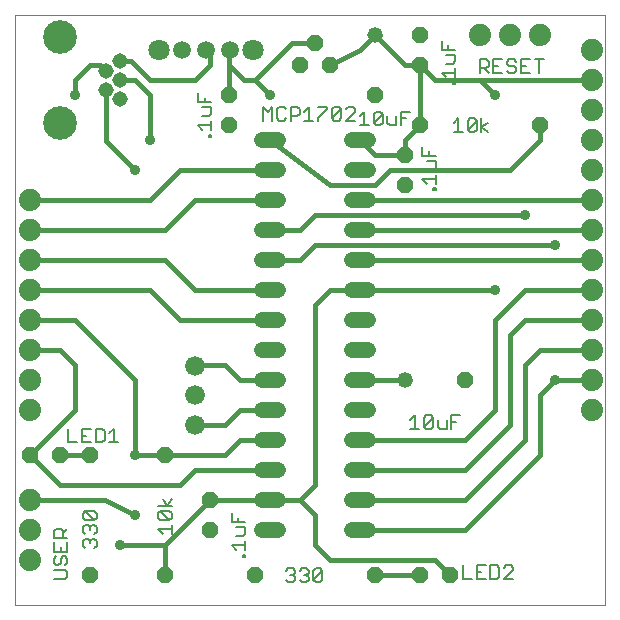
<source format=gtl>
G75*
%MOIN*%
%OFA0B0*%
%FSLAX25Y25*%
%IPPOS*%
%LPD*%
%AMOC8*
5,1,8,0,0,1.08239X$1,22.5*
%
%ADD10C,0.00000*%
%ADD11OC8,0.05200*%
%ADD12C,0.00500*%
%ADD13C,0.05200*%
%ADD14C,0.05200*%
%ADD15C,0.07400*%
%ADD16C,0.05937*%
%ADD17C,0.07087*%
%ADD18C,0.06600*%
%ADD19C,0.05150*%
%ADD20C,0.11220*%
%ADD21C,0.01600*%
%ADD22C,0.03562*%
D10*
X0011800Y0006800D02*
X0011800Y0203650D01*
X0208650Y0203650D01*
X0208650Y0006800D01*
X0011800Y0006800D01*
D11*
X0036800Y0016800D03*
X0061800Y0016800D03*
X0076800Y0031800D03*
X0076800Y0041800D03*
X0061800Y0056800D03*
X0036800Y0056800D03*
X0026800Y0056800D03*
X0016800Y0056800D03*
X0091800Y0016800D03*
X0131800Y0016800D03*
X0146800Y0016800D03*
X0156800Y0016800D03*
X0161800Y0081800D03*
X0141800Y0146800D03*
X0141800Y0156800D03*
X0146800Y0166800D03*
X0131800Y0176800D03*
X0116800Y0186800D03*
X0111800Y0194300D03*
X0106800Y0186800D03*
X0083050Y0176800D03*
X0083050Y0166800D03*
X0146800Y0186800D03*
X0146800Y0196800D03*
X0186800Y0166800D03*
D12*
X0169610Y0167553D02*
X0167358Y0166051D01*
X0169610Y0164550D01*
X0167358Y0164550D02*
X0167358Y0169054D01*
X0165756Y0168303D02*
X0165756Y0165301D01*
X0165006Y0164550D01*
X0163505Y0164550D01*
X0162754Y0165301D01*
X0165756Y0168303D01*
X0165006Y0169054D01*
X0163505Y0169054D01*
X0162754Y0168303D01*
X0162754Y0165301D01*
X0161153Y0164550D02*
X0158150Y0164550D01*
X0159651Y0164550D02*
X0159651Y0169054D01*
X0158150Y0167553D01*
X0149798Y0158061D02*
X0149798Y0156560D01*
X0149047Y0154958D02*
X0152050Y0154958D01*
X0152050Y0152707D01*
X0151299Y0151956D01*
X0149047Y0151956D01*
X0152050Y0150355D02*
X0152050Y0147352D01*
X0152050Y0148853D02*
X0147546Y0148853D01*
X0149047Y0147352D01*
X0151299Y0145801D02*
X0152050Y0145801D01*
X0152050Y0145050D01*
X0151299Y0145050D01*
X0151299Y0145801D01*
X0152050Y0156560D02*
X0147546Y0156560D01*
X0147546Y0159562D01*
X0140612Y0166800D02*
X0140612Y0171304D01*
X0143614Y0171304D01*
X0142113Y0169052D02*
X0140612Y0169052D01*
X0139010Y0169803D02*
X0139010Y0166800D01*
X0136758Y0166800D01*
X0136008Y0167551D01*
X0136008Y0169803D01*
X0134406Y0170553D02*
X0134406Y0167551D01*
X0133656Y0166800D01*
X0132155Y0166800D01*
X0131404Y0167551D01*
X0134406Y0170553D01*
X0133656Y0171304D01*
X0132155Y0171304D01*
X0131404Y0170553D01*
X0131404Y0167551D01*
X0129803Y0166800D02*
X0126800Y0166800D01*
X0128301Y0166800D02*
X0128301Y0171304D01*
X0126800Y0169803D01*
X0125176Y0171303D02*
X0125176Y0172053D01*
X0124425Y0172804D01*
X0122924Y0172804D01*
X0122174Y0172053D01*
X0120572Y0172053D02*
X0117570Y0169051D01*
X0118320Y0168300D01*
X0119822Y0168300D01*
X0120572Y0169051D01*
X0120572Y0172053D01*
X0119822Y0172804D01*
X0118320Y0172804D01*
X0117570Y0172053D01*
X0117570Y0169051D01*
X0115968Y0172053D02*
X0112966Y0169051D01*
X0112966Y0168300D01*
X0111364Y0168300D02*
X0108362Y0168300D01*
X0109863Y0168300D02*
X0109863Y0172804D01*
X0108362Y0171303D01*
X0106760Y0172053D02*
X0106760Y0170552D01*
X0106010Y0169801D01*
X0103758Y0169801D01*
X0103758Y0168300D02*
X0103758Y0172804D01*
X0106010Y0172804D01*
X0106760Y0172053D01*
X0102156Y0172053D02*
X0101406Y0172804D01*
X0099905Y0172804D01*
X0099154Y0172053D01*
X0099154Y0169051D01*
X0099905Y0168300D01*
X0101406Y0168300D01*
X0102156Y0169051D01*
X0097553Y0168300D02*
X0097553Y0172804D01*
X0096051Y0171303D01*
X0094550Y0172804D01*
X0094550Y0168300D01*
X0077300Y0168241D02*
X0077300Y0165238D01*
X0077300Y0166739D02*
X0072796Y0166739D01*
X0074297Y0165238D01*
X0076549Y0163687D02*
X0077300Y0163687D01*
X0077300Y0162936D01*
X0076549Y0162936D01*
X0076549Y0163687D01*
X0076549Y0169842D02*
X0074297Y0169842D01*
X0074297Y0172845D02*
X0077300Y0172845D01*
X0077300Y0170593D01*
X0076549Y0169842D01*
X0077300Y0174446D02*
X0072796Y0174446D01*
X0072796Y0177449D01*
X0075048Y0175947D02*
X0075048Y0174446D01*
X0112966Y0172804D02*
X0115968Y0172804D01*
X0115968Y0172053D01*
X0122174Y0168300D02*
X0125176Y0171303D01*
X0125176Y0168300D02*
X0122174Y0168300D01*
X0154046Y0184239D02*
X0158550Y0184239D01*
X0158550Y0182738D02*
X0158550Y0185741D01*
X0157799Y0187342D02*
X0155547Y0187342D01*
X0157799Y0187342D02*
X0158550Y0188093D01*
X0158550Y0190345D01*
X0155547Y0190345D01*
X0156298Y0191946D02*
X0156298Y0193447D01*
X0154046Y0191946D02*
X0154046Y0194949D01*
X0154046Y0191946D02*
X0158550Y0191946D01*
X0154046Y0184239D02*
X0155547Y0182738D01*
X0157799Y0181187D02*
X0158550Y0181187D01*
X0158550Y0180436D01*
X0157799Y0180436D01*
X0157799Y0181187D01*
X0166750Y0184250D02*
X0166750Y0188754D01*
X0169002Y0188754D01*
X0169753Y0188003D01*
X0169753Y0186502D01*
X0169002Y0185751D01*
X0166750Y0185751D01*
X0168251Y0185751D02*
X0169753Y0184250D01*
X0171354Y0184250D02*
X0174356Y0184250D01*
X0175958Y0185001D02*
X0176708Y0184250D01*
X0178210Y0184250D01*
X0178960Y0185001D01*
X0178960Y0185751D01*
X0178210Y0186502D01*
X0176708Y0186502D01*
X0175958Y0187253D01*
X0175958Y0188003D01*
X0176708Y0188754D01*
X0178210Y0188754D01*
X0178960Y0188003D01*
X0180562Y0188754D02*
X0180562Y0184250D01*
X0183564Y0184250D01*
X0182063Y0186502D02*
X0180562Y0186502D01*
X0180562Y0188754D02*
X0183564Y0188754D01*
X0185166Y0188754D02*
X0188168Y0188754D01*
X0186667Y0188754D02*
X0186667Y0184250D01*
X0174356Y0188754D02*
X0171354Y0188754D01*
X0171354Y0184250D01*
X0171354Y0186502D02*
X0172855Y0186502D01*
X0160364Y0070054D02*
X0157362Y0070054D01*
X0157362Y0065550D01*
X0155760Y0065550D02*
X0155760Y0068553D01*
X0157362Y0067802D02*
X0158863Y0067802D01*
X0155760Y0065550D02*
X0153508Y0065550D01*
X0152758Y0066301D01*
X0152758Y0068553D01*
X0151156Y0069303D02*
X0150406Y0070054D01*
X0148905Y0070054D01*
X0148154Y0069303D01*
X0148154Y0066301D01*
X0151156Y0069303D01*
X0151156Y0066301D01*
X0150406Y0065550D01*
X0148905Y0065550D01*
X0148154Y0066301D01*
X0146553Y0065550D02*
X0143550Y0065550D01*
X0145051Y0065550D02*
X0145051Y0070054D01*
X0143550Y0068553D01*
X0161134Y0020054D02*
X0161134Y0015550D01*
X0164137Y0015550D01*
X0165738Y0015550D02*
X0168741Y0015550D01*
X0170342Y0015550D02*
X0172594Y0015550D01*
X0173345Y0016301D01*
X0173345Y0019303D01*
X0172594Y0020054D01*
X0170342Y0020054D01*
X0170342Y0015550D01*
X0167239Y0017802D02*
X0165738Y0017802D01*
X0165738Y0020054D02*
X0165738Y0015550D01*
X0165738Y0020054D02*
X0168741Y0020054D01*
X0174946Y0019303D02*
X0175697Y0020054D01*
X0177198Y0020054D01*
X0177949Y0019303D01*
X0177949Y0018553D01*
X0174946Y0015550D01*
X0177949Y0015550D01*
X0114349Y0015301D02*
X0113598Y0014550D01*
X0112097Y0014550D01*
X0111346Y0015301D01*
X0114349Y0018303D01*
X0114349Y0015301D01*
X0114349Y0018303D02*
X0113598Y0019054D01*
X0112097Y0019054D01*
X0111346Y0018303D01*
X0111346Y0015301D01*
X0109745Y0015301D02*
X0108994Y0014550D01*
X0107493Y0014550D01*
X0106742Y0015301D01*
X0105141Y0015301D02*
X0104390Y0014550D01*
X0102889Y0014550D01*
X0102138Y0015301D01*
X0103639Y0016802D02*
X0104390Y0016802D01*
X0105141Y0016051D01*
X0105141Y0015301D01*
X0104390Y0016802D02*
X0105141Y0017553D01*
X0105141Y0018303D01*
X0104390Y0019054D01*
X0102889Y0019054D01*
X0102138Y0018303D01*
X0106742Y0018303D02*
X0107493Y0019054D01*
X0108994Y0019054D01*
X0109745Y0018303D01*
X0109745Y0017553D01*
X0108994Y0016802D01*
X0109745Y0016051D01*
X0109745Y0015301D01*
X0108994Y0016802D02*
X0108243Y0016802D01*
X0088550Y0022936D02*
X0088550Y0023687D01*
X0087799Y0023687D01*
X0087799Y0022936D01*
X0088550Y0022936D01*
X0088550Y0025238D02*
X0088550Y0028241D01*
X0088550Y0026739D02*
X0084046Y0026739D01*
X0085547Y0025238D01*
X0085547Y0029842D02*
X0087799Y0029842D01*
X0088550Y0030593D01*
X0088550Y0032845D01*
X0085547Y0032845D01*
X0086298Y0034446D02*
X0086298Y0035947D01*
X0084046Y0034446D02*
X0084046Y0037449D01*
X0084046Y0034446D02*
X0088550Y0034446D01*
X0064050Y0033653D02*
X0064050Y0030650D01*
X0064050Y0032151D02*
X0059546Y0032151D01*
X0061047Y0030650D01*
X0060297Y0035254D02*
X0059546Y0036005D01*
X0059546Y0037506D01*
X0060297Y0038256D01*
X0063299Y0035254D01*
X0064050Y0036005D01*
X0064050Y0037506D01*
X0063299Y0038256D01*
X0060297Y0038256D01*
X0059546Y0039858D02*
X0064050Y0039858D01*
X0062549Y0039858D02*
X0064050Y0042110D01*
X0062549Y0039858D02*
X0061047Y0042110D01*
X0060297Y0035254D02*
X0063299Y0035254D01*
X0039050Y0035847D02*
X0038299Y0035096D01*
X0035297Y0038099D01*
X0038299Y0038099D01*
X0039050Y0037348D01*
X0039050Y0035847D01*
X0038299Y0035096D02*
X0035297Y0035096D01*
X0034546Y0035847D01*
X0034546Y0037348D01*
X0035297Y0038099D01*
X0035297Y0033495D02*
X0036047Y0033495D01*
X0036798Y0032744D01*
X0037549Y0033495D01*
X0038299Y0033495D01*
X0039050Y0032744D01*
X0039050Y0031243D01*
X0038299Y0030492D01*
X0038299Y0028891D02*
X0039050Y0028140D01*
X0039050Y0026639D01*
X0038299Y0025888D01*
X0036798Y0027389D02*
X0036798Y0028140D01*
X0037549Y0028891D01*
X0038299Y0028891D01*
X0036798Y0028140D02*
X0036047Y0028891D01*
X0035297Y0028891D01*
X0034546Y0028140D01*
X0034546Y0026639D01*
X0035297Y0025888D01*
X0035297Y0030492D02*
X0034546Y0031243D01*
X0034546Y0032744D01*
X0035297Y0033495D01*
X0036798Y0032744D02*
X0036798Y0031993D01*
X0029350Y0032314D02*
X0027849Y0030813D01*
X0027849Y0031564D02*
X0027849Y0029312D01*
X0029350Y0029312D02*
X0024846Y0029312D01*
X0024846Y0031564D01*
X0025597Y0032314D01*
X0027098Y0032314D01*
X0027849Y0031564D01*
X0029350Y0027710D02*
X0029350Y0024708D01*
X0024846Y0024708D01*
X0024846Y0027710D01*
X0027098Y0026209D02*
X0027098Y0024708D01*
X0027849Y0023106D02*
X0028599Y0023106D01*
X0029350Y0022356D01*
X0029350Y0020855D01*
X0028599Y0020104D01*
X0028599Y0018503D02*
X0024846Y0018503D01*
X0025597Y0020104D02*
X0026347Y0020104D01*
X0027098Y0020855D01*
X0027098Y0022356D01*
X0027849Y0023106D01*
X0025597Y0023106D02*
X0024846Y0022356D01*
X0024846Y0020855D01*
X0025597Y0020104D01*
X0028599Y0018503D02*
X0029350Y0017752D01*
X0029350Y0016251D01*
X0028599Y0015500D01*
X0024846Y0015500D01*
X0029550Y0061050D02*
X0032553Y0061050D01*
X0034154Y0061050D02*
X0037156Y0061050D01*
X0038758Y0061050D02*
X0041010Y0061050D01*
X0041760Y0061801D01*
X0041760Y0064803D01*
X0041010Y0065554D01*
X0038758Y0065554D01*
X0038758Y0061050D01*
X0035655Y0063302D02*
X0034154Y0063302D01*
X0034154Y0065554D02*
X0034154Y0061050D01*
X0034154Y0065554D02*
X0037156Y0065554D01*
X0043362Y0064053D02*
X0044863Y0065554D01*
X0044863Y0061050D01*
X0043362Y0061050D02*
X0046364Y0061050D01*
X0029550Y0061050D02*
X0029550Y0065554D01*
D13*
X0141800Y0081800D03*
X0131800Y0196800D03*
D14*
X0129400Y0161800D02*
X0124200Y0161800D01*
X0124200Y0151800D02*
X0129400Y0151800D01*
X0129400Y0141800D02*
X0124200Y0141800D01*
X0124200Y0131800D02*
X0129400Y0131800D01*
X0129400Y0121800D02*
X0124200Y0121800D01*
X0124200Y0111800D02*
X0129400Y0111800D01*
X0129400Y0101800D02*
X0124200Y0101800D01*
X0124200Y0091800D02*
X0129400Y0091800D01*
X0129400Y0081800D02*
X0124200Y0081800D01*
X0124200Y0071800D02*
X0129400Y0071800D01*
X0129400Y0061800D02*
X0124200Y0061800D01*
X0124200Y0051800D02*
X0129400Y0051800D01*
X0129400Y0041800D02*
X0124200Y0041800D01*
X0124200Y0031800D02*
X0129400Y0031800D01*
X0099400Y0031800D02*
X0094200Y0031800D01*
X0094200Y0041800D02*
X0099400Y0041800D01*
X0099400Y0051800D02*
X0094200Y0051800D01*
X0094200Y0061800D02*
X0099400Y0061800D01*
X0099400Y0071800D02*
X0094200Y0071800D01*
X0094200Y0081800D02*
X0099400Y0081800D01*
X0099400Y0091800D02*
X0094200Y0091800D01*
X0094200Y0101800D02*
X0099400Y0101800D01*
X0099400Y0111800D02*
X0094200Y0111800D01*
X0094200Y0121800D02*
X0099400Y0121800D01*
X0099400Y0131800D02*
X0094200Y0131800D01*
X0094200Y0141800D02*
X0099400Y0141800D01*
X0099400Y0151800D02*
X0094200Y0151800D01*
X0094200Y0161800D02*
X0099400Y0161800D01*
D15*
X0166800Y0196800D03*
X0176800Y0196800D03*
X0186800Y0196800D03*
X0204300Y0191800D03*
X0204300Y0181800D03*
X0204300Y0171800D03*
X0204300Y0161800D03*
X0204300Y0151800D03*
X0204300Y0141800D03*
X0204300Y0131800D03*
X0204300Y0121800D03*
X0204300Y0111800D03*
X0204300Y0101800D03*
X0204300Y0091800D03*
X0204300Y0081800D03*
X0204300Y0071800D03*
X0016800Y0071800D03*
X0016800Y0081800D03*
X0016800Y0091800D03*
X0016800Y0101800D03*
X0016800Y0111800D03*
X0016800Y0121800D03*
X0016800Y0131800D03*
X0016800Y0141800D03*
X0016800Y0041800D03*
X0016800Y0031800D03*
X0016800Y0021800D03*
D16*
X0067676Y0191800D03*
X0075550Y0191800D03*
X0083424Y0191800D03*
D17*
X0091298Y0191800D03*
X0059802Y0191800D03*
D18*
X0071800Y0086643D03*
X0071800Y0076800D03*
X0071800Y0066957D03*
D19*
X0046879Y0175501D03*
X0042154Y0178650D03*
X0046879Y0181800D03*
X0042154Y0184950D03*
X0046879Y0188099D03*
D20*
X0026800Y0196170D03*
X0026800Y0167430D03*
D21*
X0031800Y0176800D02*
X0031800Y0181800D01*
X0036800Y0186800D01*
X0040304Y0186800D01*
X0042154Y0184950D01*
X0046879Y0188099D02*
X0050501Y0188099D01*
X0056800Y0181800D01*
X0071800Y0181800D01*
X0076800Y0186800D01*
X0076800Y0190550D01*
X0075550Y0191800D01*
X0083050Y0191800D02*
X0083050Y0186800D01*
X0088050Y0181800D01*
X0091800Y0181800D01*
X0096800Y0176800D01*
X0091800Y0181800D02*
X0104300Y0194300D01*
X0111800Y0194300D01*
X0116800Y0186800D02*
X0126800Y0191800D01*
X0131800Y0196800D01*
X0141800Y0186800D01*
X0146800Y0186800D01*
X0151800Y0181800D01*
X0166800Y0181800D01*
X0171800Y0176800D01*
X0166800Y0181800D02*
X0204300Y0181800D01*
X0186800Y0166800D02*
X0186800Y0161800D01*
X0176800Y0151800D01*
X0136800Y0151800D01*
X0131800Y0146800D01*
X0116800Y0146800D01*
X0096800Y0161800D01*
X0096800Y0151800D02*
X0066800Y0151800D01*
X0056800Y0141800D01*
X0016800Y0141800D01*
X0016800Y0131800D02*
X0061800Y0131800D01*
X0071800Y0141800D01*
X0096800Y0141800D01*
X0096800Y0131800D02*
X0106800Y0131800D01*
X0111800Y0136800D01*
X0181800Y0136800D01*
X0191800Y0126800D02*
X0111800Y0126800D01*
X0106800Y0121800D01*
X0096800Y0121800D01*
X0096800Y0111800D02*
X0071800Y0111800D01*
X0061800Y0121800D01*
X0016800Y0121800D01*
X0016800Y0111800D02*
X0056800Y0111800D01*
X0066800Y0101800D01*
X0096800Y0101800D01*
X0111800Y0106800D02*
X0116800Y0111800D01*
X0126800Y0111800D01*
X0171800Y0111800D01*
X0171800Y0101800D02*
X0171800Y0071800D01*
X0161800Y0061800D01*
X0126800Y0061800D01*
X0126800Y0051800D02*
X0161800Y0051800D01*
X0176800Y0066800D01*
X0176800Y0096800D01*
X0181800Y0101800D01*
X0204300Y0101800D01*
X0204300Y0091800D02*
X0186800Y0091800D01*
X0181800Y0086800D01*
X0181800Y0061800D01*
X0161800Y0041800D01*
X0126800Y0041800D01*
X0126800Y0031800D02*
X0161800Y0031800D01*
X0186800Y0056800D01*
X0186800Y0076800D01*
X0191800Y0081800D01*
X0204300Y0081800D01*
X0204300Y0111800D02*
X0181800Y0111800D01*
X0171800Y0101800D01*
X0141800Y0081800D02*
X0126800Y0081800D01*
X0111800Y0106800D02*
X0111800Y0046800D01*
X0106800Y0041800D01*
X0111800Y0036800D01*
X0111800Y0026800D01*
X0116800Y0021800D01*
X0151800Y0021800D01*
X0156800Y0016800D01*
X0146800Y0016800D02*
X0131800Y0016800D01*
X0106800Y0041800D02*
X0096800Y0041800D01*
X0076800Y0041800D01*
X0061800Y0026800D01*
X0046800Y0026800D01*
X0051800Y0036800D02*
X0041800Y0041800D01*
X0016800Y0041800D01*
X0026800Y0046800D02*
X0016800Y0056800D01*
X0031800Y0071800D01*
X0031800Y0086800D01*
X0026800Y0091800D01*
X0016800Y0091800D01*
X0016800Y0101800D02*
X0031800Y0101800D01*
X0051800Y0081800D01*
X0051800Y0056800D01*
X0061800Y0056800D01*
X0081800Y0056800D01*
X0086800Y0061800D01*
X0096800Y0061800D01*
X0096800Y0071800D02*
X0086800Y0071800D01*
X0081800Y0066800D01*
X0071957Y0066800D01*
X0071800Y0066957D01*
X0086800Y0081800D02*
X0081800Y0086800D01*
X0071957Y0086800D01*
X0071800Y0086643D01*
X0086800Y0081800D02*
X0096800Y0081800D01*
X0096800Y0051800D02*
X0071800Y0051800D01*
X0066800Y0046800D01*
X0026800Y0046800D01*
X0026800Y0056800D02*
X0036800Y0056800D01*
X0061800Y0026800D02*
X0061800Y0016800D01*
X0126800Y0121800D02*
X0204300Y0121800D01*
X0204300Y0131800D02*
X0126800Y0131800D01*
X0126800Y0141800D02*
X0204300Y0141800D01*
X0146800Y0166800D02*
X0141800Y0161800D01*
X0141800Y0156800D01*
X0131800Y0156800D01*
X0126800Y0161800D01*
X0146800Y0166800D02*
X0146800Y0186800D01*
X0083424Y0191800D02*
X0083050Y0191800D01*
X0083050Y0186800D02*
X0083050Y0176800D01*
X0056800Y0176800D02*
X0056800Y0161800D01*
X0051800Y0151800D02*
X0042154Y0161446D01*
X0042154Y0178650D01*
X0046879Y0181800D02*
X0051800Y0181800D01*
X0056800Y0176800D01*
D22*
X0056800Y0161800D03*
X0051800Y0151800D03*
X0031800Y0176800D03*
X0096800Y0176800D03*
X0171800Y0176800D03*
X0181800Y0136800D03*
X0191800Y0126800D03*
X0171800Y0111800D03*
X0191800Y0081800D03*
X0051800Y0056800D03*
X0051800Y0036800D03*
X0046800Y0026800D03*
M02*

</source>
